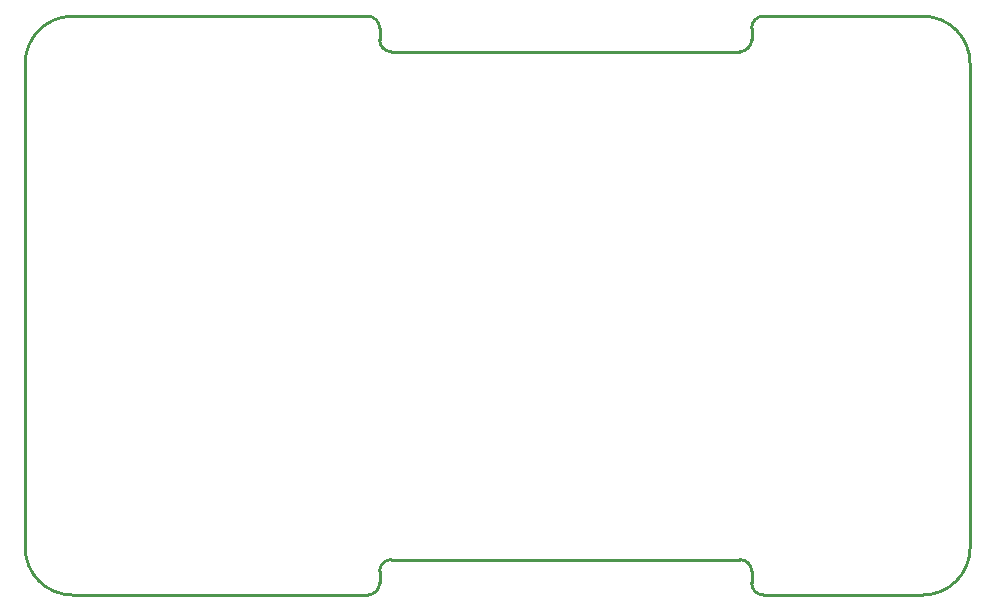
<source format=gm1>
G04 Layer_Color=16711935*
%FSAX43Y43*%
%MOMM*%
G71*
G01*
G75*
%ADD35C,0.254*%
D35*
X0054000Y0025000D02*
G03*
X0055000Y0026000I0000000J0001000D01*
G01*
X0056000Y0028000D02*
G03*
X0055000Y0027000I0000000J-0001000D01*
G01*
X0086500D02*
G03*
X0085500Y0028000I-0001000J0000000D01*
G01*
X0086500Y0026000D02*
G03*
X0087500Y0025000I0001000J0000000D01*
G01*
Y0074000D02*
G03*
X0086500Y0073000I0000000J-0001000D01*
G01*
X0085500Y0071000D02*
G03*
X0086500Y0072000I0000000J0001000D01*
G01*
X0055000D02*
G03*
X0056000Y0071000I0001000J0000000D01*
G01*
X0055000Y0073000D02*
G03*
X0054000Y0074000I-0001000J0000000D01*
G01*
X0025000Y0029000D02*
G03*
X0029000Y0025000I0004000J0000000D01*
G01*
X0101000D02*
G03*
X0105000Y0029000I0000000J0004000D01*
G01*
Y0070000D02*
G03*
X0101000Y0074000I-0004000J0000000D01*
G01*
X0029000D02*
G03*
X0025000Y0070000I0000000J-0004000D01*
G01*
X0055000Y0026000D02*
Y0027000D01*
X0056000Y0028000D02*
X0085500D01*
X0086500Y0026000D02*
Y0027000D01*
X0087500Y0025000D02*
X0101000D01*
X0029000D02*
X0054000D01*
X0029000Y0074000D02*
X0054000D01*
X0087500D02*
X0101000D01*
X0086500Y0072000D02*
Y0073000D01*
X0056000Y0071000D02*
X0085500D01*
X0055000Y0072000D02*
Y0073000D01*
X0025000Y0029000D02*
Y0070000D01*
X0105000Y0029000D02*
Y0070000D01*
M02*

</source>
